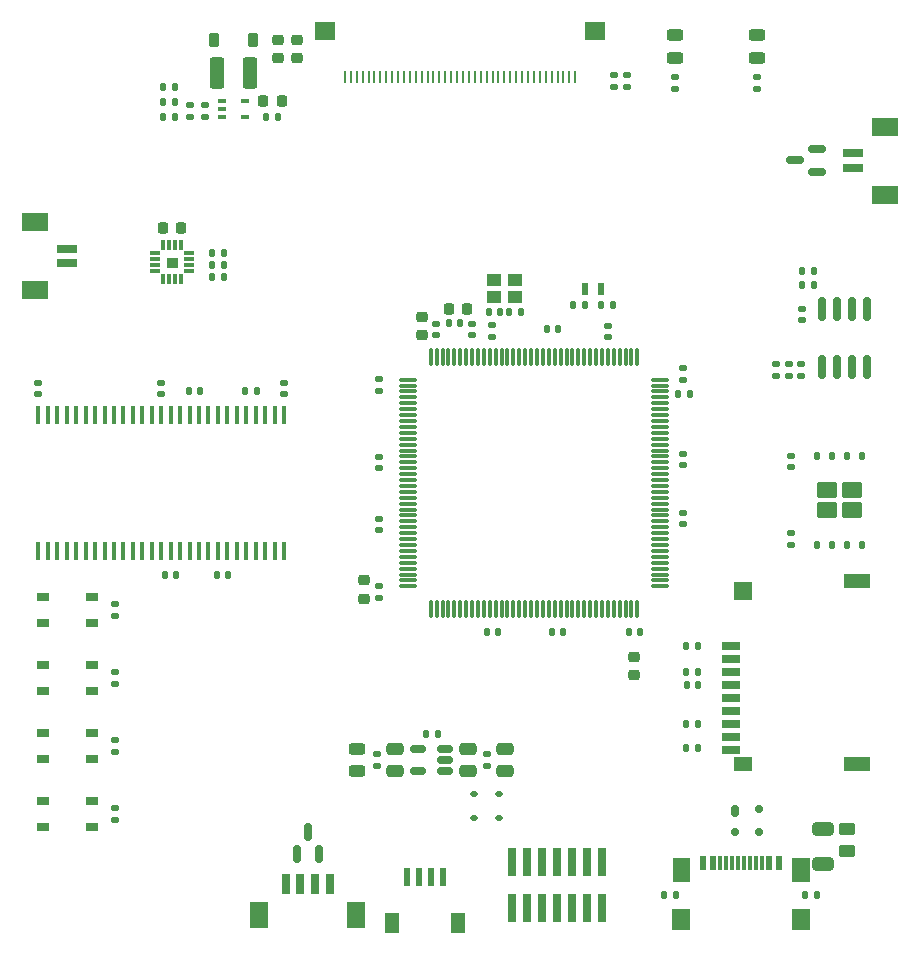
<source format=gbr>
%TF.GenerationSoftware,KiCad,Pcbnew,8.0.2*%
%TF.CreationDate,2024-07-15T20:50:26+07:00*%
%TF.ProjectId,chroma-pixel-h743,6368726f-6d61-42d7-9069-78656c2d6837,rev?*%
%TF.SameCoordinates,Original*%
%TF.FileFunction,Paste,Top*%
%TF.FilePolarity,Positive*%
%FSLAX46Y46*%
G04 Gerber Fmt 4.6, Leading zero omitted, Abs format (unit mm)*
G04 Created by KiCad (PCBNEW 8.0.2) date 2024-07-15 20:50:26*
%MOMM*%
%LPD*%
G01*
G04 APERTURE LIST*
G04 Aperture macros list*
%AMRoundRect*
0 Rectangle with rounded corners*
0 $1 Rounding radius*
0 $2 $3 $4 $5 $6 $7 $8 $9 X,Y pos of 4 corners*
0 Add a 4 corners polygon primitive as box body*
4,1,4,$2,$3,$4,$5,$6,$7,$8,$9,$2,$3,0*
0 Add four circle primitives for the rounded corners*
1,1,$1+$1,$2,$3*
1,1,$1+$1,$4,$5*
1,1,$1+$1,$6,$7*
1,1,$1+$1,$8,$9*
0 Add four rect primitives between the rounded corners*
20,1,$1+$1,$2,$3,$4,$5,0*
20,1,$1+$1,$4,$5,$6,$7,0*
20,1,$1+$1,$6,$7,$8,$9,0*
20,1,$1+$1,$8,$9,$2,$3,0*%
G04 Aperture macros list end*
%ADD10C,0.010000*%
%ADD11RoundRect,0.150000X0.587500X0.150000X-0.587500X0.150000X-0.587500X-0.150000X0.587500X-0.150000X0*%
%ADD12RoundRect,0.140000X0.140000X0.170000X-0.140000X0.170000X-0.140000X-0.170000X0.140000X-0.170000X0*%
%ADD13RoundRect,0.250000X0.650000X-0.325000X0.650000X0.325000X-0.650000X0.325000X-0.650000X-0.325000X0*%
%ADD14RoundRect,0.135000X0.135000X0.185000X-0.135000X0.185000X-0.135000X-0.185000X0.135000X-0.185000X0*%
%ADD15RoundRect,0.135000X0.185000X-0.135000X0.185000X0.135000X-0.185000X0.135000X-0.185000X-0.135000X0*%
%ADD16RoundRect,0.140000X0.170000X-0.140000X0.170000X0.140000X-0.170000X0.140000X-0.170000X-0.140000X0*%
%ADD17R,0.600000X1.550000*%
%ADD18R,1.200000X1.800000*%
%ADD19RoundRect,0.140000X-0.140000X-0.170000X0.140000X-0.170000X0.140000X0.170000X-0.140000X0.170000X0*%
%ADD20R,0.600000X1.100000*%
%ADD21RoundRect,0.150000X0.512500X0.150000X-0.512500X0.150000X-0.512500X-0.150000X0.512500X-0.150000X0*%
%ADD22RoundRect,0.135000X-0.135000X-0.185000X0.135000X-0.185000X0.135000X0.185000X-0.135000X0.185000X0*%
%ADD23R,0.458000X1.510000*%
%ADD24R,0.740000X2.400000*%
%ADD25RoundRect,0.243750X-0.456250X0.243750X-0.456250X-0.243750X0.456250X-0.243750X0.456250X0.243750X0*%
%ADD26RoundRect,0.150000X0.150000X-0.825000X0.150000X0.825000X-0.150000X0.825000X-0.150000X-0.825000X0*%
%ADD27RoundRect,0.140000X-0.170000X0.140000X-0.170000X-0.140000X0.170000X-0.140000X0.170000X0.140000X0*%
%ADD28RoundRect,0.075000X-0.075000X0.662500X-0.075000X-0.662500X0.075000X-0.662500X0.075000X0.662500X0*%
%ADD29RoundRect,0.075000X-0.662500X0.075000X-0.662500X-0.075000X0.662500X-0.075000X0.662500X0.075000X0*%
%ADD30RoundRect,0.250000X0.475000X-0.250000X0.475000X0.250000X-0.475000X0.250000X-0.475000X-0.250000X0*%
%ADD31RoundRect,0.225000X-0.225000X-0.250000X0.225000X-0.250000X0.225000X0.250000X-0.225000X0.250000X0*%
%ADD32RoundRect,0.100000X-0.225000X-0.100000X0.225000X-0.100000X0.225000X0.100000X-0.225000X0.100000X0*%
%ADD33RoundRect,0.225000X0.250000X-0.225000X0.250000X0.225000X-0.250000X0.225000X-0.250000X-0.225000X0*%
%ADD34R,1.050000X0.650000*%
%ADD35R,0.600000X1.240000*%
%ADD36R,0.300000X1.240000*%
%ADD37RoundRect,0.112500X-0.187500X-0.112500X0.187500X-0.112500X0.187500X0.112500X-0.187500X0.112500X0*%
%ADD38R,1.150000X1.000000*%
%ADD39RoundRect,0.135000X-0.185000X0.135000X-0.185000X-0.135000X0.185000X-0.135000X0.185000X0.135000X0*%
%ADD40RoundRect,0.150000X0.150000X-0.587500X0.150000X0.587500X-0.150000X0.587500X-0.150000X-0.587500X0*%
%ADD41R,1.800000X0.700000*%
%ADD42R,2.200000X1.600000*%
%ADD43RoundRect,0.018900X0.411100X0.116100X-0.411100X0.116100X-0.411100X-0.116100X0.411100X-0.116100X0*%
%ADD44RoundRect,0.018900X-0.116100X0.411100X-0.116100X-0.411100X0.116100X-0.411100X0.116100X0.411100X0*%
%ADD45RoundRect,0.018900X-0.411100X-0.116100X0.411100X-0.116100X0.411100X0.116100X-0.411100X0.116100X0*%
%ADD46RoundRect,0.018900X0.116100X-0.411100X0.116100X0.411100X-0.116100X0.411100X-0.116100X-0.411100X0*%
%ADD47RoundRect,0.250000X0.450000X-0.262500X0.450000X0.262500X-0.450000X0.262500X-0.450000X-0.262500X0*%
%ADD48R,1.600000X0.700000*%
%ADD49R,1.500000X1.200000*%
%ADD50R,2.200000X1.200000*%
%ADD51R,1.500000X1.600000*%
%ADD52RoundRect,0.225000X0.225000X0.375000X-0.225000X0.375000X-0.225000X-0.375000X0.225000X-0.375000X0*%
%ADD53RoundRect,0.250000X0.615000X-0.435000X0.615000X0.435000X-0.615000X0.435000X-0.615000X-0.435000X0*%
%ADD54RoundRect,0.125000X0.125000X-0.200000X0.125000X0.200000X-0.125000X0.200000X-0.125000X-0.200000X0*%
%ADD55R,0.250000X1.100000*%
%ADD56R,1.700000X1.500000*%
%ADD57RoundRect,0.225000X-0.250000X0.225000X-0.250000X-0.225000X0.250000X-0.225000X0.250000X0.225000X0*%
%ADD58RoundRect,0.250000X0.375000X1.075000X-0.375000X1.075000X-0.375000X-1.075000X0.375000X-1.075000X0*%
%ADD59RoundRect,0.175000X-0.175000X-0.325000X0.175000X-0.325000X0.175000X0.325000X-0.175000X0.325000X0*%
%ADD60RoundRect,0.150000X-0.200000X-0.150000X0.200000X-0.150000X0.200000X0.150000X-0.200000X0.150000X0*%
%ADD61R,0.700000X1.800000*%
%ADD62R,1.600000X2.200000*%
G04 APERTURE END LIST*
D10*
%TO.C,U6*%
X120185500Y-69364900D02*
X119407500Y-69364900D01*
X119407500Y-68586900D01*
X120185500Y-68586900D01*
X120185500Y-69364900D01*
G36*
X120185500Y-69364900D02*
G01*
X119407500Y-69364900D01*
X119407500Y-68586900D01*
X120185500Y-68586900D01*
X120185500Y-69364900D01*
G37*
%TD*%
D11*
%TO.C,D7*%
X174419500Y-61314500D03*
X174419500Y-59414500D03*
X172544500Y-60364500D03*
%TD*%
D12*
%TO.C,C40*%
X147575100Y-73185700D03*
X146615100Y-73185700D03*
%TD*%
D13*
%TO.C,C43*%
X174879000Y-119915200D03*
X174879000Y-116965200D03*
%TD*%
D14*
%TO.C,R19*%
X163679600Y-80111600D03*
X162659600Y-80111600D03*
%TD*%
D15*
%TO.C,R31*%
X172011800Y-78578400D03*
X172011800Y-77558400D03*
%TD*%
D16*
%TO.C,C28*%
X114960400Y-116177000D03*
X114960400Y-115217000D03*
%TD*%
D17*
%TO.C,J5*%
X139710100Y-121063000D03*
X140710100Y-121063000D03*
X141710100Y-121063000D03*
X142710100Y-121063000D03*
D18*
X138410100Y-124938000D03*
X144010100Y-124938000D03*
%TD*%
D14*
%TO.C,R15*%
X124208000Y-69240400D03*
X123188000Y-69240400D03*
%TD*%
D15*
%TO.C,R23*%
X169353866Y-54358000D03*
X169353866Y-53338000D03*
%TD*%
%TO.C,R34*%
X157251400Y-54180200D03*
X157251400Y-53160200D03*
%TD*%
D19*
%TO.C,C10*%
X151539000Y-74650600D03*
X152499000Y-74650600D03*
%TD*%
D16*
%TO.C,C27*%
X114960400Y-110419667D03*
X114960400Y-109459667D03*
%TD*%
D20*
%TO.C,Y2*%
X154737700Y-71215200D03*
X156137700Y-71215200D03*
%TD*%
D21*
%TO.C,U8*%
X142921300Y-112081600D03*
X142921300Y-111131600D03*
X142921300Y-110181600D03*
X140646300Y-110181600D03*
X140646300Y-112081600D03*
%TD*%
D22*
%TO.C,R16*%
X123188000Y-70247001D03*
X124208000Y-70247001D03*
%TD*%
D23*
%TO.C,U11*%
X129287100Y-81924400D03*
X128487100Y-81924400D03*
X127687100Y-81924400D03*
X126887100Y-81924400D03*
X126087100Y-81924400D03*
X125287100Y-81924400D03*
X124487100Y-81924400D03*
X123687100Y-81924400D03*
X122887100Y-81924400D03*
X122087100Y-81924400D03*
X121287100Y-81924400D03*
X120487100Y-81924400D03*
X119687100Y-81924400D03*
X118887100Y-81924400D03*
X118087100Y-81924400D03*
X117287100Y-81924400D03*
X116487100Y-81924400D03*
X115687100Y-81924400D03*
X114887100Y-81924400D03*
X114087100Y-81924400D03*
X113287100Y-81924400D03*
X112487100Y-81924400D03*
X111687100Y-81924400D03*
X110887100Y-81924400D03*
X110087100Y-81924400D03*
X109287100Y-81924400D03*
X108487100Y-81924400D03*
X108487100Y-93424400D03*
X109287100Y-93424400D03*
X110087100Y-93424400D03*
X110887100Y-93424400D03*
X111687100Y-93424400D03*
X112487100Y-93424400D03*
X113287100Y-93424400D03*
X114087100Y-93424400D03*
X114887100Y-93424400D03*
X115687100Y-93424400D03*
X116487100Y-93424400D03*
X117287100Y-93424400D03*
X118087100Y-93424400D03*
X118887100Y-93424400D03*
X119687100Y-93424400D03*
X120487100Y-93424400D03*
X121287100Y-93424400D03*
X122087100Y-93424400D03*
X122887100Y-93424400D03*
X123687100Y-93424400D03*
X124487100Y-93424400D03*
X125287100Y-93424400D03*
X126087100Y-93424400D03*
X126887100Y-93424400D03*
X127687100Y-93424400D03*
X128487100Y-93424400D03*
X129287100Y-93424400D03*
%TD*%
D24*
%TO.C,J7*%
X148615400Y-123635600D03*
X148615400Y-119735600D03*
X149885400Y-123635600D03*
X149885400Y-119735600D03*
X151155400Y-123635600D03*
X151155400Y-119735600D03*
X152425400Y-123635600D03*
X152425400Y-119735600D03*
X153695400Y-123635600D03*
X153695400Y-119735600D03*
X154965400Y-123635600D03*
X154965400Y-119735600D03*
X156235400Y-123635600D03*
X156235400Y-119735600D03*
%TD*%
D25*
%TO.C,D4*%
X135483700Y-110214100D03*
X135483700Y-112089100D03*
%TD*%
D15*
%TO.C,R22*%
X146439600Y-111641600D03*
X146439600Y-110621600D03*
%TD*%
D26*
%TO.C,U7*%
X174828200Y-77851000D03*
X176098200Y-77851000D03*
X177368200Y-77851000D03*
X178638200Y-77851000D03*
X178638200Y-72901000D03*
X177368200Y-72901000D03*
X176098200Y-72901000D03*
X174828200Y-72901000D03*
%TD*%
D27*
%TO.C,C8*%
X163042600Y-90194400D03*
X163042600Y-91154400D03*
%TD*%
D14*
%TO.C,R28*%
X120017000Y-54140040D03*
X118997000Y-54140040D03*
%TD*%
D28*
%TO.C,U10*%
X159203800Y-77011900D03*
X158703800Y-77011900D03*
X158203800Y-77011900D03*
X157703800Y-77011900D03*
X157203800Y-77011900D03*
X156703800Y-77011900D03*
X156203800Y-77011900D03*
X155703800Y-77011900D03*
X155203800Y-77011900D03*
X154703800Y-77011900D03*
X154203800Y-77011900D03*
X153703800Y-77011900D03*
X153203800Y-77011900D03*
X152703800Y-77011900D03*
X152203800Y-77011900D03*
X151703800Y-77011900D03*
X151203800Y-77011900D03*
X150703800Y-77011900D03*
X150203800Y-77011900D03*
X149703800Y-77011900D03*
X149203800Y-77011900D03*
X148703800Y-77011900D03*
X148203800Y-77011900D03*
X147703800Y-77011900D03*
X147203800Y-77011900D03*
X146703800Y-77011900D03*
X146203800Y-77011900D03*
X145703800Y-77011900D03*
X145203800Y-77011900D03*
X144703800Y-77011900D03*
X144203800Y-77011900D03*
X143703800Y-77011900D03*
X143203800Y-77011900D03*
X142703800Y-77011900D03*
X142203800Y-77011900D03*
X141703800Y-77011900D03*
D29*
X139791300Y-78924400D03*
X139791300Y-79424400D03*
X139791300Y-79924400D03*
X139791300Y-80424400D03*
X139791300Y-80924400D03*
X139791300Y-81424400D03*
X139791300Y-81924400D03*
X139791300Y-82424400D03*
X139791300Y-82924400D03*
X139791300Y-83424400D03*
X139791300Y-83924400D03*
X139791300Y-84424400D03*
X139791300Y-84924400D03*
X139791300Y-85424400D03*
X139791300Y-85924400D03*
X139791300Y-86424400D03*
X139791300Y-86924400D03*
X139791300Y-87424400D03*
X139791300Y-87924400D03*
X139791300Y-88424400D03*
X139791300Y-88924400D03*
X139791300Y-89424400D03*
X139791300Y-89924400D03*
X139791300Y-90424400D03*
X139791300Y-90924400D03*
X139791300Y-91424400D03*
X139791300Y-91924400D03*
X139791300Y-92424400D03*
X139791300Y-92924400D03*
X139791300Y-93424400D03*
X139791300Y-93924400D03*
X139791300Y-94424400D03*
X139791300Y-94924400D03*
X139791300Y-95424400D03*
X139791300Y-95924400D03*
X139791300Y-96424400D03*
D28*
X141703800Y-98336900D03*
X142203800Y-98336900D03*
X142703800Y-98336900D03*
X143203800Y-98336900D03*
X143703800Y-98336900D03*
X144203800Y-98336900D03*
X144703800Y-98336900D03*
X145203800Y-98336900D03*
X145703800Y-98336900D03*
X146203800Y-98336900D03*
X146703800Y-98336900D03*
X147203800Y-98336900D03*
X147703800Y-98336900D03*
X148203800Y-98336900D03*
X148703800Y-98336900D03*
X149203800Y-98336900D03*
X149703800Y-98336900D03*
X150203800Y-98336900D03*
X150703800Y-98336900D03*
X151203800Y-98336900D03*
X151703800Y-98336900D03*
X152203800Y-98336900D03*
X152703800Y-98336900D03*
X153203800Y-98336900D03*
X153703800Y-98336900D03*
X154203800Y-98336900D03*
X154703800Y-98336900D03*
X155203800Y-98336900D03*
X155703800Y-98336900D03*
X156203800Y-98336900D03*
X156703800Y-98336900D03*
X157203800Y-98336900D03*
X157703800Y-98336900D03*
X158203800Y-98336900D03*
X158703800Y-98336900D03*
X159203800Y-98336900D03*
D29*
X161116300Y-96424400D03*
X161116300Y-95924400D03*
X161116300Y-95424400D03*
X161116300Y-94924400D03*
X161116300Y-94424400D03*
X161116300Y-93924400D03*
X161116300Y-93424400D03*
X161116300Y-92924400D03*
X161116300Y-92424400D03*
X161116300Y-91924400D03*
X161116300Y-91424400D03*
X161116300Y-90924400D03*
X161116300Y-90424400D03*
X161116300Y-89924400D03*
X161116300Y-89424400D03*
X161116300Y-88924400D03*
X161116300Y-88424400D03*
X161116300Y-87924400D03*
X161116300Y-87424400D03*
X161116300Y-86924400D03*
X161116300Y-86424400D03*
X161116300Y-85924400D03*
X161116300Y-85424400D03*
X161116300Y-84924400D03*
X161116300Y-84424400D03*
X161116300Y-83924400D03*
X161116300Y-83424400D03*
X161116300Y-82924400D03*
X161116300Y-82424400D03*
X161116300Y-81924400D03*
X161116300Y-81424400D03*
X161116300Y-80924400D03*
X161116300Y-80424400D03*
X161116300Y-79924400D03*
X161116300Y-79424400D03*
X161116300Y-78924400D03*
%TD*%
D30*
%TO.C,C44*%
X138665900Y-112081600D03*
X138665900Y-110181600D03*
%TD*%
D16*
%TO.C,C14*%
X137312400Y-79857600D03*
X137312400Y-78897600D03*
%TD*%
D15*
%TO.C,R25*%
X121356040Y-56665200D03*
X121356040Y-55645200D03*
%TD*%
D12*
%TO.C,C5*%
X147433800Y-100326200D03*
X146473800Y-100326200D03*
%TD*%
D16*
%TO.C,C2*%
X118887100Y-80138600D03*
X118887100Y-79178600D03*
%TD*%
D12*
%TO.C,C38*%
X124567100Y-95478600D03*
X123607100Y-95478600D03*
%TD*%
D31*
%TO.C,C23*%
X119046500Y-66117701D03*
X120596500Y-66117701D03*
%TD*%
D14*
%TO.C,R14*%
X124208000Y-68240400D03*
X123188000Y-68240400D03*
%TD*%
D16*
%TO.C,C15*%
X137302100Y-86424400D03*
X137302100Y-85464400D03*
%TD*%
D32*
%TO.C,U5*%
X124043400Y-55365200D03*
X124043400Y-56015200D03*
X124043400Y-56665200D03*
X125943400Y-56665200D03*
X125943400Y-55365200D03*
%TD*%
D16*
%TO.C,C9*%
X145203800Y-75130600D03*
X145203800Y-74170600D03*
%TD*%
D12*
%TO.C,C7*%
X159433800Y-100326200D03*
X158473800Y-100326200D03*
%TD*%
D19*
%TO.C,C39*%
X148365100Y-73185700D03*
X149325100Y-73185700D03*
%TD*%
D27*
%TO.C,C13*%
X163042600Y-85194400D03*
X163042600Y-86154400D03*
%TD*%
D16*
%TO.C,C12*%
X163042600Y-78924400D03*
X163042600Y-77964400D03*
%TD*%
%TO.C,C1*%
X108487100Y-80138600D03*
X108487100Y-79178600D03*
%TD*%
D33*
%TO.C,C46*%
X130352800Y-51722800D03*
X130352800Y-50172800D03*
%TD*%
D16*
%TO.C,C49*%
X122609720Y-56665200D03*
X122609720Y-55705200D03*
%TD*%
D14*
%TO.C,R12*%
X174425300Y-122581900D03*
X173405300Y-122581900D03*
%TD*%
%TO.C,R29*%
X128807000Y-56665200D03*
X127787000Y-56665200D03*
%TD*%
D34*
%TO.C,SW3*%
X113030000Y-111014667D03*
X108880000Y-111014667D03*
X113030000Y-108864667D03*
X108880000Y-108864667D03*
%TD*%
D30*
%TO.C,C45*%
X147977500Y-112081600D03*
X147977500Y-110181600D03*
%TD*%
D35*
%TO.C,J4*%
X164771700Y-119826900D03*
X165571700Y-119826900D03*
D36*
X166721700Y-119826900D03*
X167721700Y-119826900D03*
X168221700Y-119826900D03*
X169221700Y-119826900D03*
D35*
X170371700Y-119826900D03*
X171171700Y-119826900D03*
X171171700Y-119826900D03*
X170371700Y-119826900D03*
D36*
X169721700Y-119826900D03*
X168721700Y-119826900D03*
X167221700Y-119826900D03*
X166221700Y-119826900D03*
D35*
X165571700Y-119826900D03*
X164771700Y-119826900D03*
%TD*%
D15*
%TO.C,R33*%
X158344600Y-54180200D03*
X158344600Y-53160200D03*
%TD*%
D12*
%TO.C,C37*%
X120167100Y-95478600D03*
X119207100Y-95478600D03*
%TD*%
%TO.C,C3*%
X122167100Y-79857600D03*
X121207100Y-79857600D03*
%TD*%
D37*
%TO.C,D10*%
X145412100Y-116052600D03*
X147512100Y-116052600D03*
%TD*%
D25*
%TO.C,D6*%
X162382200Y-49786300D03*
X162382200Y-51661300D03*
%TD*%
D31*
%TO.C,C26*%
X143233200Y-72923400D03*
X144783200Y-72923400D03*
%TD*%
D34*
%TO.C,SW1*%
X113030000Y-99500000D03*
X108880000Y-99500000D03*
X113030000Y-97350000D03*
X108880000Y-97350000D03*
%TD*%
D38*
%TO.C,Y1*%
X147095100Y-71915200D03*
X148845100Y-71915200D03*
X148845100Y-70515200D03*
X147095100Y-70515200D03*
%TD*%
D39*
%TO.C,R2*%
X172237400Y-91870400D03*
X172237400Y-92890400D03*
%TD*%
D40*
%TO.C,D9*%
X130342600Y-119123700D03*
X132242600Y-119123700D03*
X131292600Y-117248700D03*
%TD*%
D34*
%TO.C,SW4*%
X113030000Y-116772000D03*
X108880000Y-116772000D03*
X113030000Y-114622000D03*
X108880000Y-114622000D03*
%TD*%
D39*
%TO.C,R17*%
X146913600Y-74318400D03*
X146913600Y-75338400D03*
%TD*%
D14*
%TO.C,R26*%
X120017000Y-56665200D03*
X118997000Y-56665200D03*
%TD*%
D15*
%TO.C,R21*%
X137129300Y-111641600D03*
X137129300Y-110621600D03*
%TD*%
D22*
%TO.C,R8*%
X163345400Y-103675000D03*
X164365400Y-103675000D03*
%TD*%
D16*
%TO.C,C4*%
X142189200Y-75130600D03*
X142189200Y-74170600D03*
%TD*%
D41*
%TO.C,J6*%
X177497800Y-61016150D03*
X177497800Y-59766150D03*
D42*
X180197800Y-63266150D03*
X180197800Y-57516150D03*
%TD*%
D43*
%TO.C,U6*%
X121231500Y-69725900D03*
X121231500Y-69225900D03*
X121231500Y-68725900D03*
X121231500Y-68225900D03*
D44*
X120546500Y-67540900D03*
X120046500Y-67540900D03*
X119546500Y-67540900D03*
X119046500Y-67540900D03*
D45*
X118361500Y-68225900D03*
X118361500Y-68725900D03*
X118361500Y-69225900D03*
X118361500Y-69725900D03*
D46*
X119046500Y-70410900D03*
X119546500Y-70410900D03*
X120046500Y-70410900D03*
X120546500Y-70410900D03*
%TD*%
D12*
%TO.C,C41*%
X154737700Y-72612200D03*
X153777700Y-72612200D03*
%TD*%
D22*
%TO.C,R20*%
X141273800Y-108921800D03*
X142293800Y-108921800D03*
%TD*%
D19*
%TO.C,C25*%
X143233200Y-74168000D03*
X144193200Y-74168000D03*
%TD*%
D27*
%TO.C,C21*%
X172237400Y-85390400D03*
X172237400Y-86350400D03*
%TD*%
D33*
%TO.C,C19*%
X140970000Y-75130600D03*
X140970000Y-73580600D03*
%TD*%
D22*
%TO.C,R7*%
X163345400Y-108075000D03*
X164365400Y-108075000D03*
%TD*%
D15*
%TO.C,R30*%
X173053200Y-78578400D03*
X173053200Y-77558400D03*
%TD*%
D47*
%TO.C,R13*%
X176987200Y-118790200D03*
X176987200Y-116965200D03*
%TD*%
D15*
%TO.C,R32*%
X170970400Y-78578400D03*
X170970400Y-77558400D03*
%TD*%
D22*
%TO.C,R9*%
X163345400Y-101475000D03*
X164365400Y-101475000D03*
%TD*%
D48*
%TO.C,J3*%
X167157400Y-101482800D03*
X167157400Y-102582800D03*
X167157400Y-103682800D03*
X167157400Y-104782800D03*
X167157400Y-105882800D03*
X167157400Y-106982800D03*
X167157400Y-108082800D03*
X167157400Y-109182800D03*
X167157400Y-110282800D03*
D49*
X168157400Y-111432800D03*
D50*
X177757400Y-111432800D03*
D51*
X168157400Y-96832800D03*
D50*
X177757400Y-95932800D03*
%TD*%
D52*
%TO.C,D8*%
X126620900Y-50172800D03*
X123320900Y-50172800D03*
%TD*%
D14*
%TO.C,R10*%
X164365400Y-110109000D03*
X163345400Y-110109000D03*
%TD*%
D53*
%TO.C,U1*%
X175234600Y-89990400D03*
X177384600Y-89990400D03*
X175234600Y-88290400D03*
X177384600Y-88290400D03*
D54*
X174404600Y-92890400D03*
X175674600Y-92890400D03*
X176944600Y-92890400D03*
X178214600Y-92890400D03*
X178214600Y-85390400D03*
X176944600Y-85390400D03*
X175674600Y-85390400D03*
X174404600Y-85390400D03*
%TD*%
D12*
%TO.C,C6*%
X152933800Y-100326200D03*
X151973800Y-100326200D03*
%TD*%
D55*
%TO.C,J2*%
X153940400Y-53335000D03*
X153440400Y-53335000D03*
X152940400Y-53335000D03*
X152440400Y-53335000D03*
X151940400Y-53335000D03*
X151440400Y-53335000D03*
X150940400Y-53335000D03*
X150440400Y-53335000D03*
X149940400Y-53335000D03*
X149440400Y-53335000D03*
X148940400Y-53335000D03*
X148440400Y-53335000D03*
X147940400Y-53335000D03*
X147440400Y-53335000D03*
X146940400Y-53335000D03*
X146440400Y-53335000D03*
X145940400Y-53335000D03*
X145440400Y-53335000D03*
X144940400Y-53335000D03*
X144440400Y-53335000D03*
X143940400Y-53335000D03*
X143440400Y-53335000D03*
X142940400Y-53335000D03*
X142440400Y-53335000D03*
X141940400Y-53335000D03*
X141440400Y-53335000D03*
X140940400Y-53335000D03*
X140440400Y-53335000D03*
X139940400Y-53335000D03*
X139440400Y-53335000D03*
X138940400Y-53335000D03*
X138440400Y-53335000D03*
X137940400Y-53335000D03*
X137440400Y-53335000D03*
X136940400Y-53335000D03*
X136440400Y-53335000D03*
X135940400Y-53335000D03*
X135440400Y-53335000D03*
X134940400Y-53335000D03*
X134440400Y-53335000D03*
D56*
X155590400Y-49435000D03*
X132790400Y-49435000D03*
%TD*%
D22*
%TO.C,R11*%
X161441900Y-122581900D03*
X162461900Y-122581900D03*
%TD*%
%TO.C,R6*%
X173154800Y-70931000D03*
X174174800Y-70931000D03*
%TD*%
D33*
%TO.C,C47*%
X128752600Y-51722800D03*
X128752600Y-50172800D03*
%TD*%
D14*
%TO.C,R27*%
X120017000Y-55402620D03*
X118997000Y-55402620D03*
%TD*%
D22*
%TO.C,R5*%
X173154800Y-69711800D03*
X174174800Y-69711800D03*
%TD*%
D16*
%TO.C,C24*%
X114960400Y-98905000D03*
X114960400Y-97945000D03*
%TD*%
%TO.C,C11*%
X156703800Y-75311000D03*
X156703800Y-74351000D03*
%TD*%
D15*
%TO.C,R18*%
X114960400Y-104699000D03*
X114960400Y-103679000D03*
%TD*%
D30*
%TO.C,C30*%
X144901700Y-112081600D03*
X144901700Y-110181600D03*
%TD*%
D16*
%TO.C,C29*%
X129287100Y-80138600D03*
X129287100Y-79178600D03*
%TD*%
D57*
%TO.C,C34*%
X136017000Y-95924400D03*
X136017000Y-97474400D03*
%TD*%
D19*
%TO.C,C42*%
X156137700Y-72612200D03*
X157097700Y-72612200D03*
%TD*%
D37*
%TO.C,D3*%
X145412100Y-113976400D03*
X147512100Y-113976400D03*
%TD*%
D12*
%TO.C,C18*%
X164335400Y-104775000D03*
X163375400Y-104775000D03*
%TD*%
%TO.C,C36*%
X126967100Y-79857600D03*
X126007100Y-79857600D03*
%TD*%
D41*
%TO.C,J8*%
X110893900Y-67831500D03*
X110893900Y-69081500D03*
D42*
X108193900Y-65581500D03*
X108193900Y-71331500D03*
%TD*%
D27*
%TO.C,C20*%
X173154800Y-72901000D03*
X173154800Y-73861000D03*
%TD*%
%TO.C,C17*%
X137302100Y-96424400D03*
X137302100Y-97384400D03*
%TD*%
D16*
%TO.C,C16*%
X137302100Y-91654400D03*
X137302100Y-90694400D03*
%TD*%
D15*
%TO.C,R24*%
X162382200Y-54358000D03*
X162382200Y-53338000D03*
%TD*%
D58*
%TO.C,L2*%
X126393400Y-52984400D03*
X123593400Y-52984400D03*
%TD*%
D59*
%TO.C,D2*%
X167471700Y-115481900D03*
D60*
X167471700Y-117181900D03*
X169471700Y-117181900D03*
X169471700Y-115281900D03*
%TD*%
D25*
%TO.C,D5*%
X169353866Y-49786300D03*
X169353866Y-51661300D03*
%TD*%
D57*
%TO.C,C35*%
X158953200Y-102374400D03*
X158953200Y-103924400D03*
%TD*%
D34*
%TO.C,SW2*%
X113030000Y-105257334D03*
X108880000Y-105257334D03*
X113030000Y-103107334D03*
X108880000Y-103107334D03*
%TD*%
D31*
%TO.C,C48*%
X127522000Y-55365200D03*
X129072000Y-55365200D03*
%TD*%
D61*
%TO.C,J9*%
X129417600Y-121592400D03*
X130667600Y-121592400D03*
X131917600Y-121592400D03*
X133167600Y-121592400D03*
D62*
X127167600Y-124292400D03*
X135417600Y-124292400D03*
%TD*%
G36*
X163685700Y-119397086D02*
G01*
X163685700Y-121455314D01*
X163685114Y-121455900D01*
X162184286Y-121455900D01*
X162183700Y-121455314D01*
X162183700Y-119397086D01*
X162184286Y-119396500D01*
X163685114Y-119396500D01*
X163685700Y-119397086D01*
G37*
G36*
X173796300Y-119397086D02*
G01*
X173796300Y-121455314D01*
X173795714Y-121455900D01*
X172294886Y-121455900D01*
X172294300Y-121455314D01*
X172294300Y-119397086D01*
X172294886Y-119396500D01*
X173795714Y-119396500D01*
X173796300Y-119397086D01*
G37*
G36*
X173796300Y-123740486D02*
G01*
X173796300Y-125519314D01*
X173795714Y-125519900D01*
X172294886Y-125519900D01*
X172294300Y-125519314D01*
X172294300Y-123740486D01*
X172294886Y-123739900D01*
X173795714Y-123739900D01*
X173796300Y-123740486D01*
G37*
G36*
X163660300Y-123740486D02*
G01*
X163660300Y-125519314D01*
X163659714Y-125519900D01*
X162158886Y-125519900D01*
X162158300Y-125519314D01*
X162158300Y-123740486D01*
X162158886Y-123739900D01*
X163659714Y-123739900D01*
X163660300Y-123740486D01*
G37*
M02*

</source>
